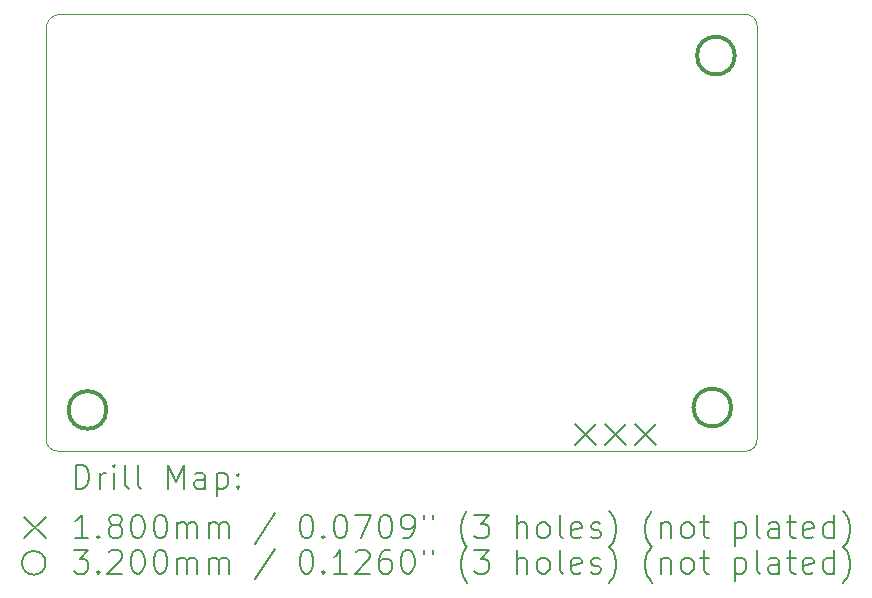
<source format=gbr>
%FSLAX45Y45*%
G04 Gerber Fmt 4.5, Leading zero omitted, Abs format (unit mm)*
G04 Created by KiCad (PCBNEW 6.0.6-3a73a75311~116~ubuntu20.04.1) date 2022-07-24 13:39:09*
%MOMM*%
%LPD*%
G01*
G04 APERTURE LIST*
%TA.AperFunction,Profile*%
%ADD10C,0.100000*%
%TD*%
%ADD11C,0.200000*%
%ADD12C,0.180000*%
%ADD13C,0.320000*%
G04 APERTURE END LIST*
D10*
X2780000Y-10150000D02*
X8600000Y-10150000D01*
X8600000Y-6450000D02*
X2800000Y-6450000D01*
X2680000Y-10050000D02*
G75*
G03*
X2780000Y-10150000I100000J0D01*
G01*
X2680000Y-10050000D02*
X2680000Y-6570000D01*
X8600000Y-10150000D02*
G75*
G03*
X8700000Y-10050000I0J100000D01*
G01*
X2800000Y-6450000D02*
G75*
G03*
X2680000Y-6570000I0J-120000D01*
G01*
X8700000Y-6550000D02*
G75*
G03*
X8600000Y-6450000I-100000J0D01*
G01*
X8700000Y-10050000D02*
X8700000Y-6550000D01*
D11*
D12*
X7156000Y-9920000D02*
X7336000Y-10100000D01*
X7336000Y-9920000D02*
X7156000Y-10100000D01*
X7410000Y-9920000D02*
X7590000Y-10100000D01*
X7590000Y-9920000D02*
X7410000Y-10100000D01*
X7664000Y-9920000D02*
X7844000Y-10100000D01*
X7844000Y-9920000D02*
X7664000Y-10100000D01*
D13*
X3190000Y-9800000D02*
G75*
G03*
X3190000Y-9800000I-160000J0D01*
G01*
X8480000Y-9780000D02*
G75*
G03*
X8480000Y-9780000I-160000J0D01*
G01*
X8510000Y-6800000D02*
G75*
G03*
X8510000Y-6800000I-160000J0D01*
G01*
D11*
X2932619Y-10465476D02*
X2932619Y-10265476D01*
X2980238Y-10265476D01*
X3008809Y-10275000D01*
X3027857Y-10294048D01*
X3037381Y-10313095D01*
X3046905Y-10351190D01*
X3046905Y-10379762D01*
X3037381Y-10417857D01*
X3027857Y-10436905D01*
X3008809Y-10455952D01*
X2980238Y-10465476D01*
X2932619Y-10465476D01*
X3132619Y-10465476D02*
X3132619Y-10332143D01*
X3132619Y-10370238D02*
X3142143Y-10351190D01*
X3151667Y-10341667D01*
X3170714Y-10332143D01*
X3189762Y-10332143D01*
X3256428Y-10465476D02*
X3256428Y-10332143D01*
X3256428Y-10265476D02*
X3246905Y-10275000D01*
X3256428Y-10284524D01*
X3265952Y-10275000D01*
X3256428Y-10265476D01*
X3256428Y-10284524D01*
X3380238Y-10465476D02*
X3361190Y-10455952D01*
X3351667Y-10436905D01*
X3351667Y-10265476D01*
X3485000Y-10465476D02*
X3465952Y-10455952D01*
X3456428Y-10436905D01*
X3456428Y-10265476D01*
X3713571Y-10465476D02*
X3713571Y-10265476D01*
X3780238Y-10408333D01*
X3846905Y-10265476D01*
X3846905Y-10465476D01*
X4027857Y-10465476D02*
X4027857Y-10360714D01*
X4018333Y-10341667D01*
X3999286Y-10332143D01*
X3961190Y-10332143D01*
X3942143Y-10341667D01*
X4027857Y-10455952D02*
X4008809Y-10465476D01*
X3961190Y-10465476D01*
X3942143Y-10455952D01*
X3932619Y-10436905D01*
X3932619Y-10417857D01*
X3942143Y-10398810D01*
X3961190Y-10389286D01*
X4008809Y-10389286D01*
X4027857Y-10379762D01*
X4123095Y-10332143D02*
X4123095Y-10532143D01*
X4123095Y-10341667D02*
X4142143Y-10332143D01*
X4180238Y-10332143D01*
X4199286Y-10341667D01*
X4208810Y-10351190D01*
X4218333Y-10370238D01*
X4218333Y-10427381D01*
X4208810Y-10446429D01*
X4199286Y-10455952D01*
X4180238Y-10465476D01*
X4142143Y-10465476D01*
X4123095Y-10455952D01*
X4304048Y-10446429D02*
X4313571Y-10455952D01*
X4304048Y-10465476D01*
X4294524Y-10455952D01*
X4304048Y-10446429D01*
X4304048Y-10465476D01*
X4304048Y-10341667D02*
X4313571Y-10351190D01*
X4304048Y-10360714D01*
X4294524Y-10351190D01*
X4304048Y-10341667D01*
X4304048Y-10360714D01*
D12*
X2495000Y-10705000D02*
X2675000Y-10885000D01*
X2675000Y-10705000D02*
X2495000Y-10885000D01*
D11*
X3037381Y-10885476D02*
X2923095Y-10885476D01*
X2980238Y-10885476D02*
X2980238Y-10685476D01*
X2961190Y-10714048D01*
X2942143Y-10733095D01*
X2923095Y-10742619D01*
X3123095Y-10866429D02*
X3132619Y-10875952D01*
X3123095Y-10885476D01*
X3113571Y-10875952D01*
X3123095Y-10866429D01*
X3123095Y-10885476D01*
X3246905Y-10771190D02*
X3227857Y-10761667D01*
X3218333Y-10752143D01*
X3208809Y-10733095D01*
X3208809Y-10723571D01*
X3218333Y-10704524D01*
X3227857Y-10695000D01*
X3246905Y-10685476D01*
X3285000Y-10685476D01*
X3304048Y-10695000D01*
X3313571Y-10704524D01*
X3323095Y-10723571D01*
X3323095Y-10733095D01*
X3313571Y-10752143D01*
X3304048Y-10761667D01*
X3285000Y-10771190D01*
X3246905Y-10771190D01*
X3227857Y-10780714D01*
X3218333Y-10790238D01*
X3208809Y-10809286D01*
X3208809Y-10847381D01*
X3218333Y-10866429D01*
X3227857Y-10875952D01*
X3246905Y-10885476D01*
X3285000Y-10885476D01*
X3304048Y-10875952D01*
X3313571Y-10866429D01*
X3323095Y-10847381D01*
X3323095Y-10809286D01*
X3313571Y-10790238D01*
X3304048Y-10780714D01*
X3285000Y-10771190D01*
X3446905Y-10685476D02*
X3465952Y-10685476D01*
X3485000Y-10695000D01*
X3494524Y-10704524D01*
X3504048Y-10723571D01*
X3513571Y-10761667D01*
X3513571Y-10809286D01*
X3504048Y-10847381D01*
X3494524Y-10866429D01*
X3485000Y-10875952D01*
X3465952Y-10885476D01*
X3446905Y-10885476D01*
X3427857Y-10875952D01*
X3418333Y-10866429D01*
X3408809Y-10847381D01*
X3399286Y-10809286D01*
X3399286Y-10761667D01*
X3408809Y-10723571D01*
X3418333Y-10704524D01*
X3427857Y-10695000D01*
X3446905Y-10685476D01*
X3637381Y-10685476D02*
X3656428Y-10685476D01*
X3675476Y-10695000D01*
X3685000Y-10704524D01*
X3694524Y-10723571D01*
X3704048Y-10761667D01*
X3704048Y-10809286D01*
X3694524Y-10847381D01*
X3685000Y-10866429D01*
X3675476Y-10875952D01*
X3656428Y-10885476D01*
X3637381Y-10885476D01*
X3618333Y-10875952D01*
X3608809Y-10866429D01*
X3599286Y-10847381D01*
X3589762Y-10809286D01*
X3589762Y-10761667D01*
X3599286Y-10723571D01*
X3608809Y-10704524D01*
X3618333Y-10695000D01*
X3637381Y-10685476D01*
X3789762Y-10885476D02*
X3789762Y-10752143D01*
X3789762Y-10771190D02*
X3799286Y-10761667D01*
X3818333Y-10752143D01*
X3846905Y-10752143D01*
X3865952Y-10761667D01*
X3875476Y-10780714D01*
X3875476Y-10885476D01*
X3875476Y-10780714D02*
X3885000Y-10761667D01*
X3904048Y-10752143D01*
X3932619Y-10752143D01*
X3951667Y-10761667D01*
X3961190Y-10780714D01*
X3961190Y-10885476D01*
X4056428Y-10885476D02*
X4056428Y-10752143D01*
X4056428Y-10771190D02*
X4065952Y-10761667D01*
X4085000Y-10752143D01*
X4113571Y-10752143D01*
X4132619Y-10761667D01*
X4142143Y-10780714D01*
X4142143Y-10885476D01*
X4142143Y-10780714D02*
X4151667Y-10761667D01*
X4170714Y-10752143D01*
X4199286Y-10752143D01*
X4218333Y-10761667D01*
X4227857Y-10780714D01*
X4227857Y-10885476D01*
X4618333Y-10675952D02*
X4446905Y-10933095D01*
X4875476Y-10685476D02*
X4894524Y-10685476D01*
X4913571Y-10695000D01*
X4923095Y-10704524D01*
X4932619Y-10723571D01*
X4942143Y-10761667D01*
X4942143Y-10809286D01*
X4932619Y-10847381D01*
X4923095Y-10866429D01*
X4913571Y-10875952D01*
X4894524Y-10885476D01*
X4875476Y-10885476D01*
X4856429Y-10875952D01*
X4846905Y-10866429D01*
X4837381Y-10847381D01*
X4827857Y-10809286D01*
X4827857Y-10761667D01*
X4837381Y-10723571D01*
X4846905Y-10704524D01*
X4856429Y-10695000D01*
X4875476Y-10685476D01*
X5027857Y-10866429D02*
X5037381Y-10875952D01*
X5027857Y-10885476D01*
X5018333Y-10875952D01*
X5027857Y-10866429D01*
X5027857Y-10885476D01*
X5161190Y-10685476D02*
X5180238Y-10685476D01*
X5199286Y-10695000D01*
X5208810Y-10704524D01*
X5218333Y-10723571D01*
X5227857Y-10761667D01*
X5227857Y-10809286D01*
X5218333Y-10847381D01*
X5208810Y-10866429D01*
X5199286Y-10875952D01*
X5180238Y-10885476D01*
X5161190Y-10885476D01*
X5142143Y-10875952D01*
X5132619Y-10866429D01*
X5123095Y-10847381D01*
X5113571Y-10809286D01*
X5113571Y-10761667D01*
X5123095Y-10723571D01*
X5132619Y-10704524D01*
X5142143Y-10695000D01*
X5161190Y-10685476D01*
X5294524Y-10685476D02*
X5427857Y-10685476D01*
X5342143Y-10885476D01*
X5542143Y-10685476D02*
X5561190Y-10685476D01*
X5580238Y-10695000D01*
X5589762Y-10704524D01*
X5599286Y-10723571D01*
X5608809Y-10761667D01*
X5608809Y-10809286D01*
X5599286Y-10847381D01*
X5589762Y-10866429D01*
X5580238Y-10875952D01*
X5561190Y-10885476D01*
X5542143Y-10885476D01*
X5523095Y-10875952D01*
X5513571Y-10866429D01*
X5504048Y-10847381D01*
X5494524Y-10809286D01*
X5494524Y-10761667D01*
X5504048Y-10723571D01*
X5513571Y-10704524D01*
X5523095Y-10695000D01*
X5542143Y-10685476D01*
X5704048Y-10885476D02*
X5742143Y-10885476D01*
X5761190Y-10875952D01*
X5770714Y-10866429D01*
X5789762Y-10837857D01*
X5799286Y-10799762D01*
X5799286Y-10723571D01*
X5789762Y-10704524D01*
X5780238Y-10695000D01*
X5761190Y-10685476D01*
X5723095Y-10685476D01*
X5704048Y-10695000D01*
X5694524Y-10704524D01*
X5685000Y-10723571D01*
X5685000Y-10771190D01*
X5694524Y-10790238D01*
X5704048Y-10799762D01*
X5723095Y-10809286D01*
X5761190Y-10809286D01*
X5780238Y-10799762D01*
X5789762Y-10790238D01*
X5799286Y-10771190D01*
X5875476Y-10685476D02*
X5875476Y-10723571D01*
X5951667Y-10685476D02*
X5951667Y-10723571D01*
X6246905Y-10961667D02*
X6237381Y-10952143D01*
X6218333Y-10923571D01*
X6208809Y-10904524D01*
X6199286Y-10875952D01*
X6189762Y-10828333D01*
X6189762Y-10790238D01*
X6199286Y-10742619D01*
X6208809Y-10714048D01*
X6218333Y-10695000D01*
X6237381Y-10666429D01*
X6246905Y-10656905D01*
X6304048Y-10685476D02*
X6427857Y-10685476D01*
X6361190Y-10761667D01*
X6389762Y-10761667D01*
X6408809Y-10771190D01*
X6418333Y-10780714D01*
X6427857Y-10799762D01*
X6427857Y-10847381D01*
X6418333Y-10866429D01*
X6408809Y-10875952D01*
X6389762Y-10885476D01*
X6332619Y-10885476D01*
X6313571Y-10875952D01*
X6304048Y-10866429D01*
X6665952Y-10885476D02*
X6665952Y-10685476D01*
X6751667Y-10885476D02*
X6751667Y-10780714D01*
X6742143Y-10761667D01*
X6723095Y-10752143D01*
X6694524Y-10752143D01*
X6675476Y-10761667D01*
X6665952Y-10771190D01*
X6875476Y-10885476D02*
X6856428Y-10875952D01*
X6846905Y-10866429D01*
X6837381Y-10847381D01*
X6837381Y-10790238D01*
X6846905Y-10771190D01*
X6856428Y-10761667D01*
X6875476Y-10752143D01*
X6904048Y-10752143D01*
X6923095Y-10761667D01*
X6932619Y-10771190D01*
X6942143Y-10790238D01*
X6942143Y-10847381D01*
X6932619Y-10866429D01*
X6923095Y-10875952D01*
X6904048Y-10885476D01*
X6875476Y-10885476D01*
X7056428Y-10885476D02*
X7037381Y-10875952D01*
X7027857Y-10856905D01*
X7027857Y-10685476D01*
X7208809Y-10875952D02*
X7189762Y-10885476D01*
X7151667Y-10885476D01*
X7132619Y-10875952D01*
X7123095Y-10856905D01*
X7123095Y-10780714D01*
X7132619Y-10761667D01*
X7151667Y-10752143D01*
X7189762Y-10752143D01*
X7208809Y-10761667D01*
X7218333Y-10780714D01*
X7218333Y-10799762D01*
X7123095Y-10818810D01*
X7294524Y-10875952D02*
X7313571Y-10885476D01*
X7351667Y-10885476D01*
X7370714Y-10875952D01*
X7380238Y-10856905D01*
X7380238Y-10847381D01*
X7370714Y-10828333D01*
X7351667Y-10818810D01*
X7323095Y-10818810D01*
X7304048Y-10809286D01*
X7294524Y-10790238D01*
X7294524Y-10780714D01*
X7304048Y-10761667D01*
X7323095Y-10752143D01*
X7351667Y-10752143D01*
X7370714Y-10761667D01*
X7446905Y-10961667D02*
X7456428Y-10952143D01*
X7475476Y-10923571D01*
X7485000Y-10904524D01*
X7494524Y-10875952D01*
X7504048Y-10828333D01*
X7504048Y-10790238D01*
X7494524Y-10742619D01*
X7485000Y-10714048D01*
X7475476Y-10695000D01*
X7456428Y-10666429D01*
X7446905Y-10656905D01*
X7808809Y-10961667D02*
X7799286Y-10952143D01*
X7780238Y-10923571D01*
X7770714Y-10904524D01*
X7761190Y-10875952D01*
X7751667Y-10828333D01*
X7751667Y-10790238D01*
X7761190Y-10742619D01*
X7770714Y-10714048D01*
X7780238Y-10695000D01*
X7799286Y-10666429D01*
X7808809Y-10656905D01*
X7885000Y-10752143D02*
X7885000Y-10885476D01*
X7885000Y-10771190D02*
X7894524Y-10761667D01*
X7913571Y-10752143D01*
X7942143Y-10752143D01*
X7961190Y-10761667D01*
X7970714Y-10780714D01*
X7970714Y-10885476D01*
X8094524Y-10885476D02*
X8075476Y-10875952D01*
X8065952Y-10866429D01*
X8056428Y-10847381D01*
X8056428Y-10790238D01*
X8065952Y-10771190D01*
X8075476Y-10761667D01*
X8094524Y-10752143D01*
X8123095Y-10752143D01*
X8142143Y-10761667D01*
X8151667Y-10771190D01*
X8161190Y-10790238D01*
X8161190Y-10847381D01*
X8151667Y-10866429D01*
X8142143Y-10875952D01*
X8123095Y-10885476D01*
X8094524Y-10885476D01*
X8218333Y-10752143D02*
X8294524Y-10752143D01*
X8246905Y-10685476D02*
X8246905Y-10856905D01*
X8256428Y-10875952D01*
X8275476Y-10885476D01*
X8294524Y-10885476D01*
X8513571Y-10752143D02*
X8513571Y-10952143D01*
X8513571Y-10761667D02*
X8532619Y-10752143D01*
X8570714Y-10752143D01*
X8589762Y-10761667D01*
X8599286Y-10771190D01*
X8608810Y-10790238D01*
X8608810Y-10847381D01*
X8599286Y-10866429D01*
X8589762Y-10875952D01*
X8570714Y-10885476D01*
X8532619Y-10885476D01*
X8513571Y-10875952D01*
X8723095Y-10885476D02*
X8704048Y-10875952D01*
X8694524Y-10856905D01*
X8694524Y-10685476D01*
X8885000Y-10885476D02*
X8885000Y-10780714D01*
X8875476Y-10761667D01*
X8856429Y-10752143D01*
X8818333Y-10752143D01*
X8799286Y-10761667D01*
X8885000Y-10875952D02*
X8865952Y-10885476D01*
X8818333Y-10885476D01*
X8799286Y-10875952D01*
X8789762Y-10856905D01*
X8789762Y-10837857D01*
X8799286Y-10818810D01*
X8818333Y-10809286D01*
X8865952Y-10809286D01*
X8885000Y-10799762D01*
X8951667Y-10752143D02*
X9027857Y-10752143D01*
X8980238Y-10685476D02*
X8980238Y-10856905D01*
X8989762Y-10875952D01*
X9008810Y-10885476D01*
X9027857Y-10885476D01*
X9170714Y-10875952D02*
X9151667Y-10885476D01*
X9113571Y-10885476D01*
X9094524Y-10875952D01*
X9085000Y-10856905D01*
X9085000Y-10780714D01*
X9094524Y-10761667D01*
X9113571Y-10752143D01*
X9151667Y-10752143D01*
X9170714Y-10761667D01*
X9180238Y-10780714D01*
X9180238Y-10799762D01*
X9085000Y-10818810D01*
X9351667Y-10885476D02*
X9351667Y-10685476D01*
X9351667Y-10875952D02*
X9332619Y-10885476D01*
X9294524Y-10885476D01*
X9275476Y-10875952D01*
X9265952Y-10866429D01*
X9256429Y-10847381D01*
X9256429Y-10790238D01*
X9265952Y-10771190D01*
X9275476Y-10761667D01*
X9294524Y-10752143D01*
X9332619Y-10752143D01*
X9351667Y-10761667D01*
X9427857Y-10961667D02*
X9437381Y-10952143D01*
X9456429Y-10923571D01*
X9465952Y-10904524D01*
X9475476Y-10875952D01*
X9485000Y-10828333D01*
X9485000Y-10790238D01*
X9475476Y-10742619D01*
X9465952Y-10714048D01*
X9456429Y-10695000D01*
X9437381Y-10666429D01*
X9427857Y-10656905D01*
X2675000Y-11095000D02*
G75*
G03*
X2675000Y-11095000I-100000J0D01*
G01*
X2913571Y-10985476D02*
X3037381Y-10985476D01*
X2970714Y-11061667D01*
X2999286Y-11061667D01*
X3018333Y-11071190D01*
X3027857Y-11080714D01*
X3037381Y-11099762D01*
X3037381Y-11147381D01*
X3027857Y-11166429D01*
X3018333Y-11175952D01*
X2999286Y-11185476D01*
X2942143Y-11185476D01*
X2923095Y-11175952D01*
X2913571Y-11166429D01*
X3123095Y-11166429D02*
X3132619Y-11175952D01*
X3123095Y-11185476D01*
X3113571Y-11175952D01*
X3123095Y-11166429D01*
X3123095Y-11185476D01*
X3208809Y-11004524D02*
X3218333Y-10995000D01*
X3237381Y-10985476D01*
X3285000Y-10985476D01*
X3304048Y-10995000D01*
X3313571Y-11004524D01*
X3323095Y-11023571D01*
X3323095Y-11042619D01*
X3313571Y-11071190D01*
X3199286Y-11185476D01*
X3323095Y-11185476D01*
X3446905Y-10985476D02*
X3465952Y-10985476D01*
X3485000Y-10995000D01*
X3494524Y-11004524D01*
X3504048Y-11023571D01*
X3513571Y-11061667D01*
X3513571Y-11109286D01*
X3504048Y-11147381D01*
X3494524Y-11166429D01*
X3485000Y-11175952D01*
X3465952Y-11185476D01*
X3446905Y-11185476D01*
X3427857Y-11175952D01*
X3418333Y-11166429D01*
X3408809Y-11147381D01*
X3399286Y-11109286D01*
X3399286Y-11061667D01*
X3408809Y-11023571D01*
X3418333Y-11004524D01*
X3427857Y-10995000D01*
X3446905Y-10985476D01*
X3637381Y-10985476D02*
X3656428Y-10985476D01*
X3675476Y-10995000D01*
X3685000Y-11004524D01*
X3694524Y-11023571D01*
X3704048Y-11061667D01*
X3704048Y-11109286D01*
X3694524Y-11147381D01*
X3685000Y-11166429D01*
X3675476Y-11175952D01*
X3656428Y-11185476D01*
X3637381Y-11185476D01*
X3618333Y-11175952D01*
X3608809Y-11166429D01*
X3599286Y-11147381D01*
X3589762Y-11109286D01*
X3589762Y-11061667D01*
X3599286Y-11023571D01*
X3608809Y-11004524D01*
X3618333Y-10995000D01*
X3637381Y-10985476D01*
X3789762Y-11185476D02*
X3789762Y-11052143D01*
X3789762Y-11071190D02*
X3799286Y-11061667D01*
X3818333Y-11052143D01*
X3846905Y-11052143D01*
X3865952Y-11061667D01*
X3875476Y-11080714D01*
X3875476Y-11185476D01*
X3875476Y-11080714D02*
X3885000Y-11061667D01*
X3904048Y-11052143D01*
X3932619Y-11052143D01*
X3951667Y-11061667D01*
X3961190Y-11080714D01*
X3961190Y-11185476D01*
X4056428Y-11185476D02*
X4056428Y-11052143D01*
X4056428Y-11071190D02*
X4065952Y-11061667D01*
X4085000Y-11052143D01*
X4113571Y-11052143D01*
X4132619Y-11061667D01*
X4142143Y-11080714D01*
X4142143Y-11185476D01*
X4142143Y-11080714D02*
X4151667Y-11061667D01*
X4170714Y-11052143D01*
X4199286Y-11052143D01*
X4218333Y-11061667D01*
X4227857Y-11080714D01*
X4227857Y-11185476D01*
X4618333Y-10975952D02*
X4446905Y-11233095D01*
X4875476Y-10985476D02*
X4894524Y-10985476D01*
X4913571Y-10995000D01*
X4923095Y-11004524D01*
X4932619Y-11023571D01*
X4942143Y-11061667D01*
X4942143Y-11109286D01*
X4932619Y-11147381D01*
X4923095Y-11166429D01*
X4913571Y-11175952D01*
X4894524Y-11185476D01*
X4875476Y-11185476D01*
X4856429Y-11175952D01*
X4846905Y-11166429D01*
X4837381Y-11147381D01*
X4827857Y-11109286D01*
X4827857Y-11061667D01*
X4837381Y-11023571D01*
X4846905Y-11004524D01*
X4856429Y-10995000D01*
X4875476Y-10985476D01*
X5027857Y-11166429D02*
X5037381Y-11175952D01*
X5027857Y-11185476D01*
X5018333Y-11175952D01*
X5027857Y-11166429D01*
X5027857Y-11185476D01*
X5227857Y-11185476D02*
X5113571Y-11185476D01*
X5170714Y-11185476D02*
X5170714Y-10985476D01*
X5151667Y-11014048D01*
X5132619Y-11033095D01*
X5113571Y-11042619D01*
X5304048Y-11004524D02*
X5313571Y-10995000D01*
X5332619Y-10985476D01*
X5380238Y-10985476D01*
X5399286Y-10995000D01*
X5408810Y-11004524D01*
X5418333Y-11023571D01*
X5418333Y-11042619D01*
X5408810Y-11071190D01*
X5294524Y-11185476D01*
X5418333Y-11185476D01*
X5589762Y-10985476D02*
X5551667Y-10985476D01*
X5532619Y-10995000D01*
X5523095Y-11004524D01*
X5504048Y-11033095D01*
X5494524Y-11071190D01*
X5494524Y-11147381D01*
X5504048Y-11166429D01*
X5513571Y-11175952D01*
X5532619Y-11185476D01*
X5570714Y-11185476D01*
X5589762Y-11175952D01*
X5599286Y-11166429D01*
X5608809Y-11147381D01*
X5608809Y-11099762D01*
X5599286Y-11080714D01*
X5589762Y-11071190D01*
X5570714Y-11061667D01*
X5532619Y-11061667D01*
X5513571Y-11071190D01*
X5504048Y-11080714D01*
X5494524Y-11099762D01*
X5732619Y-10985476D02*
X5751667Y-10985476D01*
X5770714Y-10995000D01*
X5780238Y-11004524D01*
X5789762Y-11023571D01*
X5799286Y-11061667D01*
X5799286Y-11109286D01*
X5789762Y-11147381D01*
X5780238Y-11166429D01*
X5770714Y-11175952D01*
X5751667Y-11185476D01*
X5732619Y-11185476D01*
X5713571Y-11175952D01*
X5704048Y-11166429D01*
X5694524Y-11147381D01*
X5685000Y-11109286D01*
X5685000Y-11061667D01*
X5694524Y-11023571D01*
X5704048Y-11004524D01*
X5713571Y-10995000D01*
X5732619Y-10985476D01*
X5875476Y-10985476D02*
X5875476Y-11023571D01*
X5951667Y-10985476D02*
X5951667Y-11023571D01*
X6246905Y-11261667D02*
X6237381Y-11252143D01*
X6218333Y-11223571D01*
X6208809Y-11204524D01*
X6199286Y-11175952D01*
X6189762Y-11128333D01*
X6189762Y-11090238D01*
X6199286Y-11042619D01*
X6208809Y-11014048D01*
X6218333Y-10995000D01*
X6237381Y-10966429D01*
X6246905Y-10956905D01*
X6304048Y-10985476D02*
X6427857Y-10985476D01*
X6361190Y-11061667D01*
X6389762Y-11061667D01*
X6408809Y-11071190D01*
X6418333Y-11080714D01*
X6427857Y-11099762D01*
X6427857Y-11147381D01*
X6418333Y-11166429D01*
X6408809Y-11175952D01*
X6389762Y-11185476D01*
X6332619Y-11185476D01*
X6313571Y-11175952D01*
X6304048Y-11166429D01*
X6665952Y-11185476D02*
X6665952Y-10985476D01*
X6751667Y-11185476D02*
X6751667Y-11080714D01*
X6742143Y-11061667D01*
X6723095Y-11052143D01*
X6694524Y-11052143D01*
X6675476Y-11061667D01*
X6665952Y-11071190D01*
X6875476Y-11185476D02*
X6856428Y-11175952D01*
X6846905Y-11166429D01*
X6837381Y-11147381D01*
X6837381Y-11090238D01*
X6846905Y-11071190D01*
X6856428Y-11061667D01*
X6875476Y-11052143D01*
X6904048Y-11052143D01*
X6923095Y-11061667D01*
X6932619Y-11071190D01*
X6942143Y-11090238D01*
X6942143Y-11147381D01*
X6932619Y-11166429D01*
X6923095Y-11175952D01*
X6904048Y-11185476D01*
X6875476Y-11185476D01*
X7056428Y-11185476D02*
X7037381Y-11175952D01*
X7027857Y-11156905D01*
X7027857Y-10985476D01*
X7208809Y-11175952D02*
X7189762Y-11185476D01*
X7151667Y-11185476D01*
X7132619Y-11175952D01*
X7123095Y-11156905D01*
X7123095Y-11080714D01*
X7132619Y-11061667D01*
X7151667Y-11052143D01*
X7189762Y-11052143D01*
X7208809Y-11061667D01*
X7218333Y-11080714D01*
X7218333Y-11099762D01*
X7123095Y-11118810D01*
X7294524Y-11175952D02*
X7313571Y-11185476D01*
X7351667Y-11185476D01*
X7370714Y-11175952D01*
X7380238Y-11156905D01*
X7380238Y-11147381D01*
X7370714Y-11128333D01*
X7351667Y-11118810D01*
X7323095Y-11118810D01*
X7304048Y-11109286D01*
X7294524Y-11090238D01*
X7294524Y-11080714D01*
X7304048Y-11061667D01*
X7323095Y-11052143D01*
X7351667Y-11052143D01*
X7370714Y-11061667D01*
X7446905Y-11261667D02*
X7456428Y-11252143D01*
X7475476Y-11223571D01*
X7485000Y-11204524D01*
X7494524Y-11175952D01*
X7504048Y-11128333D01*
X7504048Y-11090238D01*
X7494524Y-11042619D01*
X7485000Y-11014048D01*
X7475476Y-10995000D01*
X7456428Y-10966429D01*
X7446905Y-10956905D01*
X7808809Y-11261667D02*
X7799286Y-11252143D01*
X7780238Y-11223571D01*
X7770714Y-11204524D01*
X7761190Y-11175952D01*
X7751667Y-11128333D01*
X7751667Y-11090238D01*
X7761190Y-11042619D01*
X7770714Y-11014048D01*
X7780238Y-10995000D01*
X7799286Y-10966429D01*
X7808809Y-10956905D01*
X7885000Y-11052143D02*
X7885000Y-11185476D01*
X7885000Y-11071190D02*
X7894524Y-11061667D01*
X7913571Y-11052143D01*
X7942143Y-11052143D01*
X7961190Y-11061667D01*
X7970714Y-11080714D01*
X7970714Y-11185476D01*
X8094524Y-11185476D02*
X8075476Y-11175952D01*
X8065952Y-11166429D01*
X8056428Y-11147381D01*
X8056428Y-11090238D01*
X8065952Y-11071190D01*
X8075476Y-11061667D01*
X8094524Y-11052143D01*
X8123095Y-11052143D01*
X8142143Y-11061667D01*
X8151667Y-11071190D01*
X8161190Y-11090238D01*
X8161190Y-11147381D01*
X8151667Y-11166429D01*
X8142143Y-11175952D01*
X8123095Y-11185476D01*
X8094524Y-11185476D01*
X8218333Y-11052143D02*
X8294524Y-11052143D01*
X8246905Y-10985476D02*
X8246905Y-11156905D01*
X8256428Y-11175952D01*
X8275476Y-11185476D01*
X8294524Y-11185476D01*
X8513571Y-11052143D02*
X8513571Y-11252143D01*
X8513571Y-11061667D02*
X8532619Y-11052143D01*
X8570714Y-11052143D01*
X8589762Y-11061667D01*
X8599286Y-11071190D01*
X8608810Y-11090238D01*
X8608810Y-11147381D01*
X8599286Y-11166429D01*
X8589762Y-11175952D01*
X8570714Y-11185476D01*
X8532619Y-11185476D01*
X8513571Y-11175952D01*
X8723095Y-11185476D02*
X8704048Y-11175952D01*
X8694524Y-11156905D01*
X8694524Y-10985476D01*
X8885000Y-11185476D02*
X8885000Y-11080714D01*
X8875476Y-11061667D01*
X8856429Y-11052143D01*
X8818333Y-11052143D01*
X8799286Y-11061667D01*
X8885000Y-11175952D02*
X8865952Y-11185476D01*
X8818333Y-11185476D01*
X8799286Y-11175952D01*
X8789762Y-11156905D01*
X8789762Y-11137857D01*
X8799286Y-11118810D01*
X8818333Y-11109286D01*
X8865952Y-11109286D01*
X8885000Y-11099762D01*
X8951667Y-11052143D02*
X9027857Y-11052143D01*
X8980238Y-10985476D02*
X8980238Y-11156905D01*
X8989762Y-11175952D01*
X9008810Y-11185476D01*
X9027857Y-11185476D01*
X9170714Y-11175952D02*
X9151667Y-11185476D01*
X9113571Y-11185476D01*
X9094524Y-11175952D01*
X9085000Y-11156905D01*
X9085000Y-11080714D01*
X9094524Y-11061667D01*
X9113571Y-11052143D01*
X9151667Y-11052143D01*
X9170714Y-11061667D01*
X9180238Y-11080714D01*
X9180238Y-11099762D01*
X9085000Y-11118810D01*
X9351667Y-11185476D02*
X9351667Y-10985476D01*
X9351667Y-11175952D02*
X9332619Y-11185476D01*
X9294524Y-11185476D01*
X9275476Y-11175952D01*
X9265952Y-11166429D01*
X9256429Y-11147381D01*
X9256429Y-11090238D01*
X9265952Y-11071190D01*
X9275476Y-11061667D01*
X9294524Y-11052143D01*
X9332619Y-11052143D01*
X9351667Y-11061667D01*
X9427857Y-11261667D02*
X9437381Y-11252143D01*
X9456429Y-11223571D01*
X9465952Y-11204524D01*
X9475476Y-11175952D01*
X9485000Y-11128333D01*
X9485000Y-11090238D01*
X9475476Y-11042619D01*
X9465952Y-11014048D01*
X9456429Y-10995000D01*
X9437381Y-10966429D01*
X9427857Y-10956905D01*
M02*

</source>
